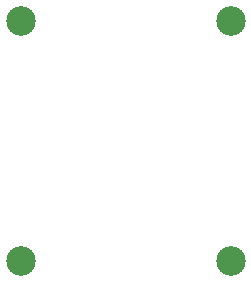
<source format=gbr>
%TF.GenerationSoftware,KiCad,Pcbnew,7.0.7*%
%TF.CreationDate,2024-02-26T20:13:15+05:30*%
%TF.ProjectId,Arduino Traffic Light Controller,41726475-696e-46f2-9054-726166666963,v01*%
%TF.SameCoordinates,Original*%
%TF.FileFunction,NonPlated,1,2,NPTH,Drill*%
%TF.FilePolarity,Positive*%
%FSLAX46Y46*%
G04 Gerber Fmt 4.6, Leading zero omitted, Abs format (unit mm)*
G04 Created by KiCad (PCBNEW 7.0.7) date 2024-02-26 20:13:15*
%MOMM*%
%LPD*%
G01*
G04 APERTURE LIST*
%TA.AperFunction,ComponentDrill*%
%ADD10C,2.500000*%
%TD*%
G04 APERTURE END LIST*
D10*
%TO.C,H1*%
X144780000Y-73660000D03*
%TO.C,H3*%
X144780000Y-93980000D03*
%TO.C,H2*%
X162560000Y-73660000D03*
%TO.C,H4*%
X162560000Y-93980000D03*
M02*

</source>
